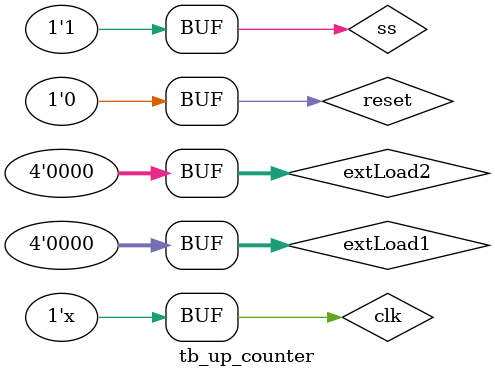
<source format=v>
`timescale 1ns / 1ps


module tb_up_counter;
        
    reg clk = 0;
    reg ss = 0;
    reg reset = 0;
    reg [3:0] extLoad1;
    reg [3:0] extLoad2;
    wire [3:0] out1;
    wire [3:0] out2;
    wire [3:0] out3;
    wire [3:0] out4;
    wire slow_clk;
    wire ss_toggle;
    
    
    
    clk_div_count ut2 (clk, slow_clk);
    
    ss_toggle ut3(clk, ss, ss_toggle);
        
    up_counter ut (slow_clk, reset, ss_toggle, extLoad1, extLoad2, out1, out2, out3, out4);
    
    
    initial begin
    
    ss = 1;
    extLoad1 = 0;
    extLoad2 = 0;
    
    #100;
    
    ss = 0;
    
    #200
    
    ss = 0;
    
    #100;
    
    ss = 1;
    
    #100;
    
    ss = 0;
    
    #100;
    
    ss=1;
    
    #2000;
    
    end
    
    always
    #5 clk = ~clk;
    
endmodule

</source>
